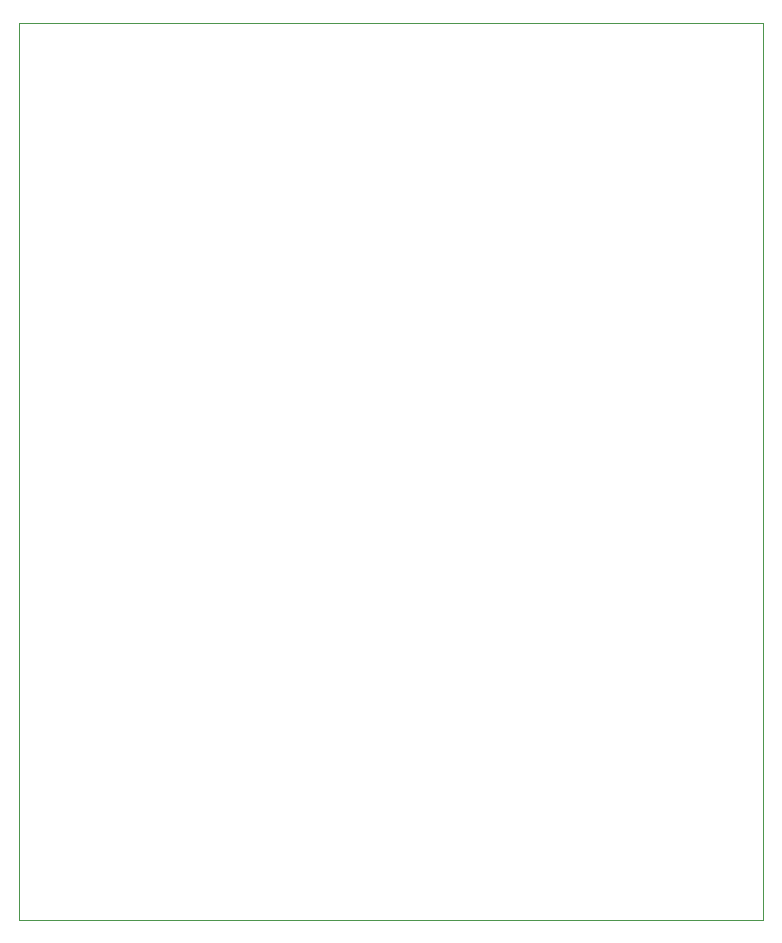
<source format=gbr>
%TF.GenerationSoftware,KiCad,Pcbnew,(5.1.10)-1*%
%TF.CreationDate,2021-10-26T11:38:04-05:00*%
%TF.ProjectId,co2_project,636f325f-7072-46f6-9a65-63742e6b6963,rev?*%
%TF.SameCoordinates,Original*%
%TF.FileFunction,Profile,NP*%
%FSLAX46Y46*%
G04 Gerber Fmt 4.6, Leading zero omitted, Abs format (unit mm)*
G04 Created by KiCad (PCBNEW (5.1.10)-1) date 2021-10-26 11:38:04*
%MOMM*%
%LPD*%
G01*
G04 APERTURE LIST*
%TA.AperFunction,Profile*%
%ADD10C,0.050000*%
%TD*%
G04 APERTURE END LIST*
D10*
X103000000Y-138000000D02*
X103000000Y-62000000D01*
X166000000Y-138000000D02*
X103000000Y-138000000D01*
X166000000Y-62000000D02*
X166000000Y-138000000D01*
X103000000Y-62000000D02*
X166000000Y-62000000D01*
M02*

</source>
